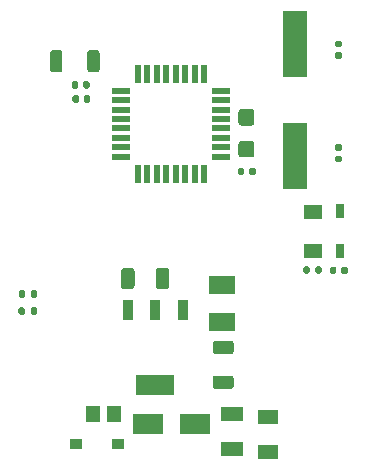
<source format=gbr>
%TF.GenerationSoftware,KiCad,Pcbnew,(5.1.10)-1*%
%TF.CreationDate,2021-10-24T00:58:49+05:30*%
%TF.ProjectId,Modbus_IO_Board,4d6f6462-7573-45f4-994f-5f426f617264,rev?*%
%TF.SameCoordinates,Original*%
%TF.FileFunction,Paste,Top*%
%TF.FilePolarity,Positive*%
%FSLAX46Y46*%
G04 Gerber Fmt 4.6, Leading zero omitted, Abs format (unit mm)*
G04 Created by KiCad (PCBNEW (5.1.10)-1) date 2021-10-24 00:58:49*
%MOMM*%
%LPD*%
G01*
G04 APERTURE LIST*
%ADD10R,1.500000X0.600000*%
%ADD11R,0.600000X1.500000*%
%ADD12R,2.100000X5.600000*%
%ADD13R,1.050000X0.850000*%
%ADD14R,0.750000X1.200000*%
%ADD15R,1.650000X1.150000*%
%ADD16R,1.900000X1.300000*%
%ADD17R,1.150000X1.470000*%
%ADD18R,3.200000X1.750000*%
%ADD19R,0.950000X1.750000*%
%ADD20R,1.800000X1.200000*%
%ADD21R,2.250000X1.650000*%
%ADD22R,2.500000X1.800000*%
G04 APERTURE END LIST*
D10*
%TO.C,IC1*%
X148920000Y-86970000D03*
X148920000Y-86170000D03*
X148920000Y-85370000D03*
X148920000Y-84570000D03*
X148920000Y-83770000D03*
X148920000Y-82970000D03*
X148920000Y-82170000D03*
X148920000Y-81370000D03*
D11*
X147470000Y-79920000D03*
X146670000Y-79920000D03*
X145870000Y-79920000D03*
X145070000Y-79920000D03*
X144270000Y-79920000D03*
X143470000Y-79920000D03*
X142670000Y-79920000D03*
X141870000Y-79920000D03*
D10*
X140420000Y-81370000D03*
X140420000Y-82170000D03*
X140420000Y-82970000D03*
X140420000Y-83770000D03*
X140420000Y-84570000D03*
X140420000Y-85370000D03*
X140420000Y-86170000D03*
X140420000Y-86970000D03*
D11*
X141870000Y-88420000D03*
X142670000Y-88420000D03*
X143470000Y-88420000D03*
X144270000Y-88420000D03*
X145070000Y-88420000D03*
X145870000Y-88420000D03*
X146670000Y-88420000D03*
X147470000Y-88420000D03*
%TD*%
D12*
%TO.C,Y1*%
X155180000Y-77410000D03*
X155180000Y-86910000D03*
%TD*%
D13*
%TO.C,D3*%
X136630000Y-111252000D03*
X140230000Y-111252000D03*
%TD*%
D14*
%TO.C,D2*%
X158960000Y-91570000D03*
X158960000Y-94970000D03*
%TD*%
D15*
%TO.C,D1*%
X156680000Y-94940000D03*
X156680000Y-91640000D03*
%TD*%
%TO.C,C3*%
G36*
G01*
X151495001Y-84330000D02*
X150644999Y-84330000D01*
G75*
G02*
X150395000Y-84080001I0J249999D01*
G01*
X150395000Y-83179999D01*
G75*
G02*
X150644999Y-82930000I249999J0D01*
G01*
X151495001Y-82930000D01*
G75*
G02*
X151745000Y-83179999I0J-249999D01*
G01*
X151745000Y-84080001D01*
G75*
G02*
X151495001Y-84330000I-249999J0D01*
G01*
G37*
G36*
G01*
X151495001Y-87030000D02*
X150644999Y-87030000D01*
G75*
G02*
X150395000Y-86780001I0J249999D01*
G01*
X150395000Y-85879999D01*
G75*
G02*
X150644999Y-85630000I249999J0D01*
G01*
X151495001Y-85630000D01*
G75*
G02*
X151745000Y-85879999I0J-249999D01*
G01*
X151745000Y-86780001D01*
G75*
G02*
X151495001Y-87030000I-249999J0D01*
G01*
G37*
%TD*%
%TO.C,C7*%
G36*
G01*
X158700000Y-78100000D02*
X159040000Y-78100000D01*
G75*
G02*
X159180000Y-78240000I0J-140000D01*
G01*
X159180000Y-78520000D01*
G75*
G02*
X159040000Y-78660000I-140000J0D01*
G01*
X158700000Y-78660000D01*
G75*
G02*
X158560000Y-78520000I0J140000D01*
G01*
X158560000Y-78240000D01*
G75*
G02*
X158700000Y-78100000I140000J0D01*
G01*
G37*
G36*
G01*
X158700000Y-77140000D02*
X159040000Y-77140000D01*
G75*
G02*
X159180000Y-77280000I0J-140000D01*
G01*
X159180000Y-77560000D01*
G75*
G02*
X159040000Y-77700000I-140000J0D01*
G01*
X158700000Y-77700000D01*
G75*
G02*
X158560000Y-77560000I0J140000D01*
G01*
X158560000Y-77280000D01*
G75*
G02*
X158700000Y-77140000I140000J0D01*
G01*
G37*
%TD*%
%TO.C,C6*%
G36*
G01*
X159030000Y-86480000D02*
X158690000Y-86480000D01*
G75*
G02*
X158550000Y-86340000I0J140000D01*
G01*
X158550000Y-86060000D01*
G75*
G02*
X158690000Y-85920000I140000J0D01*
G01*
X159030000Y-85920000D01*
G75*
G02*
X159170000Y-86060000I0J-140000D01*
G01*
X159170000Y-86340000D01*
G75*
G02*
X159030000Y-86480000I-140000J0D01*
G01*
G37*
G36*
G01*
X159030000Y-87440000D02*
X158690000Y-87440000D01*
G75*
G02*
X158550000Y-87300000I0J140000D01*
G01*
X158550000Y-87020000D01*
G75*
G02*
X158690000Y-86880000I140000J0D01*
G01*
X159030000Y-86880000D01*
G75*
G02*
X159170000Y-87020000I0J-140000D01*
G01*
X159170000Y-87300000D01*
G75*
G02*
X159030000Y-87440000I-140000J0D01*
G01*
G37*
%TD*%
%TO.C,C5*%
G36*
G01*
X136830000Y-80710000D02*
X136830000Y-81050000D01*
G75*
G02*
X136690000Y-81190000I-140000J0D01*
G01*
X136410000Y-81190000D01*
G75*
G02*
X136270000Y-81050000I0J140000D01*
G01*
X136270000Y-80710000D01*
G75*
G02*
X136410000Y-80570000I140000J0D01*
G01*
X136690000Y-80570000D01*
G75*
G02*
X136830000Y-80710000I0J-140000D01*
G01*
G37*
G36*
G01*
X137790000Y-80710000D02*
X137790000Y-81050000D01*
G75*
G02*
X137650000Y-81190000I-140000J0D01*
G01*
X137370000Y-81190000D01*
G75*
G02*
X137230000Y-81050000I0J140000D01*
G01*
X137230000Y-80710000D01*
G75*
G02*
X137370000Y-80570000I140000J0D01*
G01*
X137650000Y-80570000D01*
G75*
G02*
X137790000Y-80710000I0J-140000D01*
G01*
G37*
%TD*%
%TO.C,C4*%
G36*
G01*
X137300000Y-82240000D02*
X137300000Y-81900000D01*
G75*
G02*
X137440000Y-81760000I140000J0D01*
G01*
X137720000Y-81760000D01*
G75*
G02*
X137860000Y-81900000I0J-140000D01*
G01*
X137860000Y-82240000D01*
G75*
G02*
X137720000Y-82380000I-140000J0D01*
G01*
X137440000Y-82380000D01*
G75*
G02*
X137300000Y-82240000I0J140000D01*
G01*
G37*
G36*
G01*
X136340000Y-82240000D02*
X136340000Y-81900000D01*
G75*
G02*
X136480000Y-81760000I140000J0D01*
G01*
X136760000Y-81760000D01*
G75*
G02*
X136900000Y-81900000I0J-140000D01*
G01*
X136900000Y-82240000D01*
G75*
G02*
X136760000Y-82380000I-140000J0D01*
G01*
X136480000Y-82380000D01*
G75*
G02*
X136340000Y-82240000I0J140000D01*
G01*
G37*
%TD*%
%TO.C,C2*%
G36*
G01*
X150880000Y-88050000D02*
X150880000Y-88390000D01*
G75*
G02*
X150740000Y-88530000I-140000J0D01*
G01*
X150460000Y-88530000D01*
G75*
G02*
X150320000Y-88390000I0J140000D01*
G01*
X150320000Y-88050000D01*
G75*
G02*
X150460000Y-87910000I140000J0D01*
G01*
X150740000Y-87910000D01*
G75*
G02*
X150880000Y-88050000I0J-140000D01*
G01*
G37*
G36*
G01*
X151840000Y-88050000D02*
X151840000Y-88390000D01*
G75*
G02*
X151700000Y-88530000I-140000J0D01*
G01*
X151420000Y-88530000D01*
G75*
G02*
X151280000Y-88390000I0J140000D01*
G01*
X151280000Y-88050000D01*
G75*
G02*
X151420000Y-87910000I140000J0D01*
G01*
X151700000Y-87910000D01*
G75*
G02*
X151840000Y-88050000I0J-140000D01*
G01*
G37*
%TD*%
%TO.C,C1*%
G36*
G01*
X159090000Y-96750000D02*
X159090000Y-96410000D01*
G75*
G02*
X159230000Y-96270000I140000J0D01*
G01*
X159510000Y-96270000D01*
G75*
G02*
X159650000Y-96410000I0J-140000D01*
G01*
X159650000Y-96750000D01*
G75*
G02*
X159510000Y-96890000I-140000J0D01*
G01*
X159230000Y-96890000D01*
G75*
G02*
X159090000Y-96750000I0J140000D01*
G01*
G37*
G36*
G01*
X158130000Y-96750000D02*
X158130000Y-96410000D01*
G75*
G02*
X158270000Y-96270000I140000J0D01*
G01*
X158550000Y-96270000D01*
G75*
G02*
X158690000Y-96410000I0J-140000D01*
G01*
X158690000Y-96750000D01*
G75*
G02*
X158550000Y-96890000I-140000J0D01*
G01*
X158270000Y-96890000D01*
G75*
G02*
X158130000Y-96750000I0J140000D01*
G01*
G37*
%TD*%
%TO.C,R14*%
G36*
G01*
X132786200Y-100217800D02*
X132786200Y-99847800D01*
G75*
G02*
X132921200Y-99712800I135000J0D01*
G01*
X133191200Y-99712800D01*
G75*
G02*
X133326200Y-99847800I0J-135000D01*
G01*
X133326200Y-100217800D01*
G75*
G02*
X133191200Y-100352800I-135000J0D01*
G01*
X132921200Y-100352800D01*
G75*
G02*
X132786200Y-100217800I0J135000D01*
G01*
G37*
G36*
G01*
X131766200Y-100217800D02*
X131766200Y-99847800D01*
G75*
G02*
X131901200Y-99712800I135000J0D01*
G01*
X132171200Y-99712800D01*
G75*
G02*
X132306200Y-99847800I0J-135000D01*
G01*
X132306200Y-100217800D01*
G75*
G02*
X132171200Y-100352800I-135000J0D01*
G01*
X131901200Y-100352800D01*
G75*
G02*
X131766200Y-100217800I0J135000D01*
G01*
G37*
%TD*%
%TO.C,R3*%
G36*
G01*
X132326200Y-98407800D02*
X132326200Y-98777800D01*
G75*
G02*
X132191200Y-98912800I-135000J0D01*
G01*
X131921200Y-98912800D01*
G75*
G02*
X131786200Y-98777800I0J135000D01*
G01*
X131786200Y-98407800D01*
G75*
G02*
X131921200Y-98272800I135000J0D01*
G01*
X132191200Y-98272800D01*
G75*
G02*
X132326200Y-98407800I0J-135000D01*
G01*
G37*
G36*
G01*
X133346200Y-98407800D02*
X133346200Y-98777800D01*
G75*
G02*
X133211200Y-98912800I-135000J0D01*
G01*
X132941200Y-98912800D01*
G75*
G02*
X132806200Y-98777800I0J135000D01*
G01*
X132806200Y-98407800D01*
G75*
G02*
X132941200Y-98272800I135000J0D01*
G01*
X133211200Y-98272800D01*
G75*
G02*
X133346200Y-98407800I0J-135000D01*
G01*
G37*
%TD*%
%TO.C,R1*%
G36*
G01*
X156900000Y-96735000D02*
X156900000Y-96365000D01*
G75*
G02*
X157035000Y-96230000I135000J0D01*
G01*
X157305000Y-96230000D01*
G75*
G02*
X157440000Y-96365000I0J-135000D01*
G01*
X157440000Y-96735000D01*
G75*
G02*
X157305000Y-96870000I-135000J0D01*
G01*
X157035000Y-96870000D01*
G75*
G02*
X156900000Y-96735000I0J135000D01*
G01*
G37*
G36*
G01*
X155880000Y-96735000D02*
X155880000Y-96365000D01*
G75*
G02*
X156015000Y-96230000I135000J0D01*
G01*
X156285000Y-96230000D01*
G75*
G02*
X156420000Y-96365000I0J-135000D01*
G01*
X156420000Y-96735000D01*
G75*
G02*
X156285000Y-96870000I-135000J0D01*
G01*
X156015000Y-96870000D01*
G75*
G02*
X155880000Y-96735000I0J135000D01*
G01*
G37*
%TD*%
D16*
%TO.C,RV1*%
X149860000Y-111686000D03*
X149860000Y-108786000D03*
%TD*%
D17*
%TO.C,RT1*%
X139818000Y-108712000D03*
X138058000Y-108712000D03*
%TD*%
%TO.C,L1*%
G36*
G01*
X137590000Y-79580001D02*
X137590000Y-78179999D01*
G75*
G02*
X137839999Y-77930000I249999J0D01*
G01*
X138390001Y-77930000D01*
G75*
G02*
X138640000Y-78179999I0J-249999D01*
G01*
X138640000Y-79580001D01*
G75*
G02*
X138390001Y-79830000I-249999J0D01*
G01*
X137839999Y-79830000D01*
G75*
G02*
X137590000Y-79580001I0J249999D01*
G01*
G37*
G36*
G01*
X134440000Y-79580001D02*
X134440000Y-78179999D01*
G75*
G02*
X134689999Y-77930000I249999J0D01*
G01*
X135240001Y-77930000D01*
G75*
G02*
X135490000Y-78179999I0J-249999D01*
G01*
X135490000Y-79580001D01*
G75*
G02*
X135240001Y-79830000I-249999J0D01*
G01*
X134689999Y-79830000D01*
G75*
G02*
X134440000Y-79580001I0J249999D01*
G01*
G37*
%TD*%
D18*
%TO.C,IC2*%
X143360000Y-106270000D03*
D19*
X141060000Y-99970000D03*
X143360000Y-99970000D03*
X145660000Y-99970000D03*
%TD*%
D20*
%TO.C,FB1*%
X152908000Y-109040000D03*
X152908000Y-111940000D03*
%TD*%
%TO.C,C10*%
G36*
G01*
X143394000Y-97932001D02*
X143394000Y-96631999D01*
G75*
G02*
X143643999Y-96382000I249999J0D01*
G01*
X144294001Y-96382000D01*
G75*
G02*
X144544000Y-96631999I0J-249999D01*
G01*
X144544000Y-97932001D01*
G75*
G02*
X144294001Y-98182000I-249999J0D01*
G01*
X143643999Y-98182000D01*
G75*
G02*
X143394000Y-97932001I0J249999D01*
G01*
G37*
G36*
G01*
X140444000Y-97932001D02*
X140444000Y-96631999D01*
G75*
G02*
X140693999Y-96382000I249999J0D01*
G01*
X141344001Y-96382000D01*
G75*
G02*
X141594000Y-96631999I0J-249999D01*
G01*
X141594000Y-97932001D01*
G75*
G02*
X141344001Y-98182000I-249999J0D01*
G01*
X140693999Y-98182000D01*
G75*
G02*
X140444000Y-97932001I0J249999D01*
G01*
G37*
%TD*%
%TO.C,C9*%
G36*
G01*
X148449999Y-105490000D02*
X149750001Y-105490000D01*
G75*
G02*
X150000000Y-105739999I0J-249999D01*
G01*
X150000000Y-106390001D01*
G75*
G02*
X149750001Y-106640000I-249999J0D01*
G01*
X148449999Y-106640000D01*
G75*
G02*
X148200000Y-106390001I0J249999D01*
G01*
X148200000Y-105739999D01*
G75*
G02*
X148449999Y-105490000I249999J0D01*
G01*
G37*
G36*
G01*
X148449999Y-102540000D02*
X149750001Y-102540000D01*
G75*
G02*
X150000000Y-102789999I0J-249999D01*
G01*
X150000000Y-103440001D01*
G75*
G02*
X149750001Y-103690000I-249999J0D01*
G01*
X148449999Y-103690000D01*
G75*
G02*
X148200000Y-103440001I0J249999D01*
G01*
X148200000Y-102789999D01*
G75*
G02*
X148449999Y-102540000I249999J0D01*
G01*
G37*
%TD*%
D21*
%TO.C,C8*%
X149021800Y-97840200D03*
X149021800Y-100940200D03*
%TD*%
D22*
%TO.C,D4*%
X142710000Y-109600000D03*
X146710000Y-109600000D03*
%TD*%
M02*

</source>
